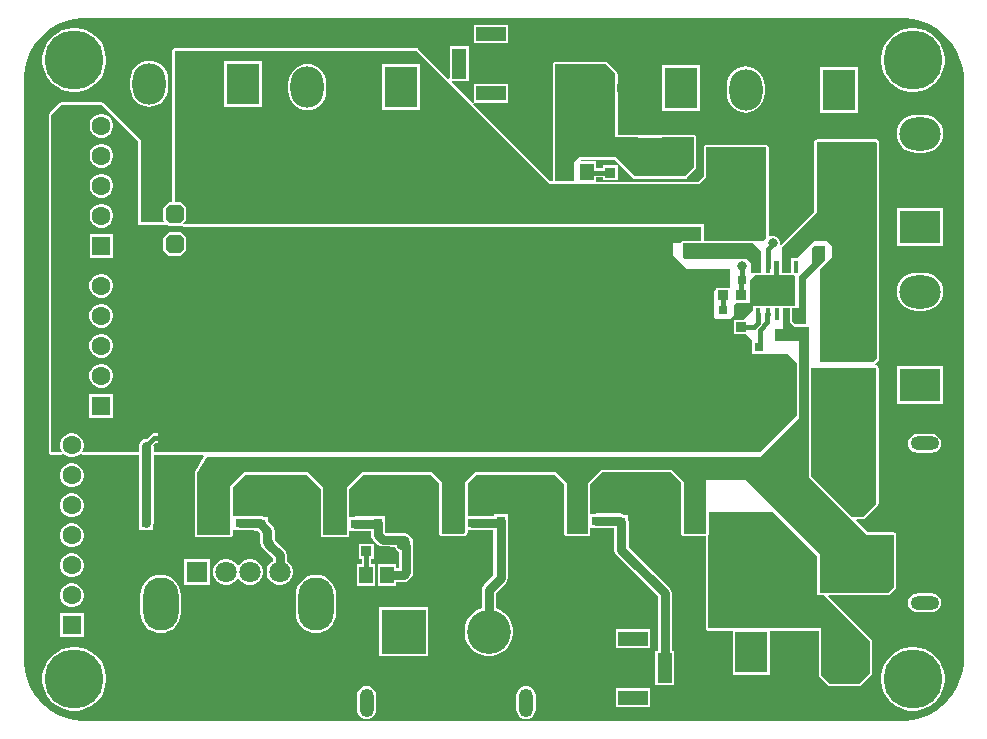
<source format=gbr>
%TF.GenerationSoftware,Altium Limited,Altium Designer,22.5.1 (42)*%
G04 Layer_Physical_Order=4*
G04 Layer_Color=16711680*
%FSLAX44Y44*%
%MOMM*%
%TF.SameCoordinates,01627914-4FCA-44A5-8146-F6A238B5A28C*%
%TF.FilePolarity,Positive*%
%TF.FileFunction,Copper,L4,Bot,Signal*%
%TF.Part,Single*%
G01*
G75*
%TA.AperFunction,SMDPad,CuDef*%
%ADD10R,1.1600X1.4700*%
%ADD14R,0.8000X0.8000*%
%ADD15R,0.8500X0.8500*%
%ADD18R,0.8500X0.8500*%
%ADD26R,1.6000X1.0000*%
%ADD27R,3.6000X5.3500*%
%ADD28R,1.5000X1.8500*%
%TA.AperFunction,Conductor*%
%ADD30C,0.3810*%
%ADD31C,0.8000*%
%TA.AperFunction,ComponentPad*%
%ADD33C,5.0000*%
G04:AMPARAMS|DCode=34|XSize=1.6mm|YSize=1.6mm|CornerRadius=0mm|HoleSize=0mm|Usage=FLASHONLY|Rotation=90.000|XOffset=0mm|YOffset=0mm|HoleType=Round|Shape=Octagon|*
%AMOCTAGOND34*
4,1,8,0.4000,0.8000,-0.4000,0.8000,-0.8000,0.4000,-0.8000,-0.4000,-0.4000,-0.8000,0.4000,-0.8000,0.8000,-0.4000,0.8000,0.4000,0.4000,0.8000,0.0*
%
%ADD34OCTAGOND34*%

%ADD35O,3.5000X2.8000*%
%ADD36R,3.5000X2.8000*%
%ADD37O,2.8000X3.5000*%
%ADD38R,2.8000X3.5000*%
%ADD39C,1.8000*%
%ADD40R,1.8000X1.8000*%
%ADD41O,3.0000X4.5000*%
%ADD42C,3.7160*%
%ADD43R,3.7160X3.7160*%
%ADD44O,1.2000X2.4000*%
%ADD45R,1.2000X2.5000*%
%ADD46R,2.5000X1.2000*%
%ADD47R,3.7160X3.7160*%
%ADD48O,2.4000X1.2000*%
%ADD49C,1.6000*%
%ADD50R,1.6000X1.6000*%
%TA.AperFunction,ViaPad*%
%ADD51C,0.8000*%
%ADD52C,1.2700*%
%TA.AperFunction,SMDPad,CuDef*%
%ADD53R,0.4000X1.0000*%
%ADD54R,3.0000X2.6000*%
%ADD55R,1.2000X2.0000*%
%ADD56R,5.8000X5.8500*%
G04:AMPARAMS|DCode=57|XSize=4.2mm|YSize=4.2mm|CornerRadius=0.21mm|HoleSize=0mm|Usage=FLASHONLY|Rotation=180.000|XOffset=0mm|YOffset=0mm|HoleType=Round|Shape=RoundedRectangle|*
%AMROUNDEDRECTD57*
21,1,4.2000,3.7800,0,0,180.0*
21,1,3.7800,4.2000,0,0,180.0*
1,1,0.4200,-1.8900,1.8900*
1,1,0.4200,1.8900,1.8900*
1,1,0.4200,1.8900,-1.8900*
1,1,0.4200,-1.8900,-1.8900*
%
%ADD57ROUNDEDRECTD57*%
G36*
X355354Y297055D02*
X362060Y295258D01*
X368474Y292601D01*
X374487Y289130D01*
X379994Y284904D01*
X384904Y279994D01*
X389130Y274487D01*
X392601Y268474D01*
X395258Y262060D01*
X397055Y255354D01*
X397961Y248471D01*
Y245000D01*
X397961Y-245000D01*
X397961Y-248471D01*
X397055Y-255354D01*
X395258Y-262060D01*
X392601Y-268474D01*
X389130Y-274487D01*
X384904Y-279994D01*
X379994Y-284904D01*
X374487Y-289130D01*
X368474Y-292601D01*
X362060Y-295258D01*
X355354Y-297055D01*
X348471Y-297961D01*
X-348471D01*
X-355354Y-297055D01*
X-362060Y-295258D01*
X-368474Y-292601D01*
X-374487Y-289130D01*
X-379994Y-284904D01*
X-384904Y-279994D01*
X-389130Y-274487D01*
X-392601Y-268474D01*
X-395258Y-262060D01*
X-397055Y-255354D01*
X-397961Y-248471D01*
X-397961Y-245000D01*
Y245000D01*
X-397961Y248471D01*
X-397055Y255354D01*
X-395258Y262060D01*
X-392601Y268474D01*
X-389130Y274487D01*
X-384904Y279994D01*
X-379994Y284904D01*
X-374487Y289130D01*
X-368474Y292601D01*
X-362060Y295258D01*
X-355354Y297055D01*
X-348471Y297961D01*
X348471D01*
X355354Y297055D01*
D02*
G37*
%LPC*%
G36*
X12500Y292000D02*
X-16500D01*
Y276000D01*
X12500D01*
Y292000D01*
D02*
G37*
G36*
X-21000Y273500D02*
X-37000D01*
Y246543D01*
X-38173Y246057D01*
X-63558Y271442D01*
X-64220Y271884D01*
X-65000Y272039D01*
X-270000D01*
X-270780Y271884D01*
X-271442Y271442D01*
X-271884Y270780D01*
X-272039Y270000D01*
Y141700D01*
X-275000D01*
X-280000Y136700D01*
Y126700D01*
X-279013Y125712D01*
X-279499Y124539D01*
X-298711D01*
Y193250D01*
X-298866Y194030D01*
X-299308Y194692D01*
X-299308Y194692D01*
X-330058Y225442D01*
X-330720Y225884D01*
X-331500Y226039D01*
X-366250D01*
X-366250Y226039D01*
X-367030Y225884D01*
X-367692Y225442D01*
X-375942Y217192D01*
X-376384Y216530D01*
X-376539Y215750D01*
Y-70250D01*
X-376384Y-71030D01*
X-375942Y-71692D01*
X-375280Y-72134D01*
X-374500Y-72289D01*
X-366324D01*
X-366063Y-72237D01*
X-365796Y-72220D01*
X-365676Y-72160D01*
X-365544Y-72134D01*
X-365322Y-71986D01*
X-365083Y-71868D01*
X-364449Y-71711D01*
X-363826Y-71739D01*
X-363510Y-71832D01*
X-363140Y-72202D01*
X-360860Y-73519D01*
X-358317Y-74200D01*
X-355684D01*
X-353140Y-73519D01*
X-350860Y-72202D01*
X-350490Y-71832D01*
X-350174Y-71739D01*
X-349552Y-71711D01*
X-348917Y-71868D01*
X-348678Y-71986D01*
X-348456Y-72134D01*
X-348325Y-72160D01*
X-348204Y-72220D01*
X-347938Y-72237D01*
X-347676Y-72289D01*
X-300118D01*
Y-130000D01*
X-300000Y-130591D01*
Y-136000D01*
X-294591D01*
X-294000Y-136117D01*
X-293409Y-136000D01*
X-288000D01*
Y-130591D01*
X-287882Y-130000D01*
Y-72289D01*
X-245784D01*
X-245097Y-73559D01*
X-252771Y-86988D01*
X-252812Y-87112D01*
X-252884Y-87220D01*
X-252937Y-87486D01*
X-253023Y-87743D01*
X-253014Y-87872D01*
X-253039Y-88000D01*
Y-140000D01*
X-252884Y-140780D01*
X-252442Y-141442D01*
X-251780Y-141884D01*
X-251000Y-142039D01*
X-223000D01*
X-222220Y-141884D01*
X-221558Y-141442D01*
X-221116Y-140780D01*
X-220961Y-140000D01*
Y-136000D01*
X-215591D01*
X-215000Y-136117D01*
X-203000D01*
Y-137000D01*
X-199652D01*
X-197517Y-139135D01*
Y-146106D01*
X-197051Y-148447D01*
X-196661Y-149030D01*
X-196524Y-149719D01*
X-195198Y-151703D01*
X-187118Y-159784D01*
Y-162115D01*
X-187954Y-162598D01*
X-190002Y-164646D01*
X-191450Y-167154D01*
X-192200Y-169952D01*
Y-172848D01*
X-191450Y-175646D01*
X-190002Y-178154D01*
X-187954Y-180202D01*
X-185446Y-181650D01*
X-182648Y-182400D01*
X-179752D01*
X-176954Y-181650D01*
X-174446Y-180202D01*
X-172398Y-178154D01*
X-170950Y-175646D01*
X-170200Y-172848D01*
Y-169952D01*
X-170950Y-167154D01*
X-172398Y-164646D01*
X-174446Y-162598D01*
X-174883Y-162346D01*
Y-157250D01*
X-175348Y-154909D01*
X-176674Y-152924D01*
X-184827Y-144772D01*
X-184848Y-144664D01*
X-185282Y-144015D01*
Y-136601D01*
X-185747Y-134260D01*
X-187073Y-132275D01*
X-191000Y-128349D01*
Y-125000D01*
X-194683D01*
X-195659Y-124348D01*
X-198000Y-123882D01*
X-215000D01*
X-215591Y-124000D01*
X-220961D01*
Y-99845D01*
X-210155Y-89039D01*
X-157845D01*
X-146039Y-100845D01*
Y-140000D01*
X-145884Y-140780D01*
X-145442Y-141442D01*
X-144780Y-141884D01*
X-144000Y-142039D01*
X-124000D01*
X-123220Y-141884D01*
X-122558Y-141442D01*
X-122116Y-140780D01*
X-121961Y-140000D01*
Y-137000D01*
X-117591D01*
X-117000Y-137118D01*
X-116409Y-137000D01*
X-111000D01*
Y-136617D01*
X-104118D01*
Y-139794D01*
X-103652Y-142135D01*
X-102326Y-144119D01*
X-97640Y-148806D01*
X-95655Y-150132D01*
X-93314Y-150597D01*
X-83760D01*
X-82973Y-151960D01*
X-81419Y-153515D01*
X-80056Y-154302D01*
Y-167882D01*
X-82300D01*
Y-164650D01*
X-97900D01*
Y-183350D01*
X-82300D01*
Y-180117D01*
X-76170D01*
X-73829Y-179652D01*
X-71845Y-178326D01*
X-69613Y-176094D01*
X-68287Y-174109D01*
X-67821Y-171768D01*
Y-149186D01*
X-68016Y-148208D01*
X-67942Y-147932D01*
Y-145734D01*
X-68511Y-143610D01*
X-69610Y-141706D01*
X-71165Y-140152D01*
X-73069Y-139052D01*
X-75192Y-138483D01*
X-77391D01*
X-77667Y-138557D01*
X-78645Y-138362D01*
X-90780D01*
X-91882Y-137260D01*
Y-130000D01*
X-92000Y-129409D01*
Y-124000D01*
X-97409D01*
X-98000Y-123882D01*
X-98591Y-124000D01*
X-104000D01*
Y-124382D01*
X-116500D01*
X-118841Y-124848D01*
X-119068Y-125000D01*
X-121961D01*
Y-100845D01*
X-110155Y-89039D01*
X-52845D01*
X-46039Y-95845D01*
Y-139000D01*
X-45884Y-139780D01*
X-45442Y-140442D01*
X-44780Y-140884D01*
X-44000Y-141039D01*
X-25000D01*
X-25000Y-141039D01*
X-24220Y-140884D01*
X-23558Y-140442D01*
X-23558Y-140442D01*
X-22558Y-139442D01*
X-22116Y-138780D01*
X-21961Y-138000D01*
Y-136000D01*
X-18591D01*
X-18000Y-136117D01*
X-118D01*
Y-173966D01*
X-8326Y-182174D01*
X-9652Y-184159D01*
X-10117Y-186500D01*
Y-202258D01*
X-13748Y-203762D01*
X-17119Y-206014D01*
X-19986Y-208881D01*
X-22238Y-212252D01*
X-23789Y-215997D01*
X-24580Y-219973D01*
Y-224027D01*
X-23789Y-228003D01*
X-22238Y-231748D01*
X-19986Y-235119D01*
X-17119Y-237985D01*
X-13748Y-240238D01*
X-10003Y-241789D01*
X-6027Y-242580D01*
X-1973D01*
X2003Y-241789D01*
X5748Y-240238D01*
X9119Y-237985D01*
X11985Y-235119D01*
X14238Y-231748D01*
X15789Y-228003D01*
X16580Y-224027D01*
Y-219973D01*
X15789Y-215997D01*
X14238Y-212252D01*
X11985Y-208881D01*
X9119Y-206014D01*
X5748Y-203762D01*
X2118Y-202258D01*
Y-189034D01*
X10326Y-180826D01*
X11652Y-178841D01*
X12118Y-176500D01*
Y-128000D01*
X12000Y-127409D01*
Y-122000D01*
X6591D01*
X6000Y-121882D01*
X5409Y-122000D01*
X-0D01*
Y-123882D01*
X-18000D01*
X-18591Y-124000D01*
X-21961D01*
Y-95845D01*
X-15155Y-89039D01*
X52155D01*
X59961Y-96845D01*
Y-139000D01*
X60116Y-139780D01*
X60558Y-140442D01*
X61220Y-140884D01*
X62000Y-141039D01*
X80000D01*
X80780Y-140884D01*
X81442Y-140442D01*
X81884Y-139780D01*
X82039Y-139000D01*
Y-134000D01*
X86409D01*
X87000Y-134117D01*
X102000D01*
Y-135000D01*
X102133D01*
Y-152750D01*
X102598Y-155091D01*
X103924Y-157076D01*
X138883Y-192034D01*
Y-238500D01*
X137000D01*
Y-267500D01*
X153000D01*
Y-238500D01*
X151117D01*
Y-189500D01*
X150652Y-187159D01*
X149326Y-185174D01*
X114368Y-150216D01*
Y-129250D01*
X114000Y-127402D01*
Y-123000D01*
X110317D01*
X109341Y-122348D01*
X107000Y-121882D01*
X87000D01*
X86409Y-122000D01*
X82039D01*
Y-96845D01*
X91845Y-87039D01*
X150155D01*
X158961Y-95845D01*
Y-139000D01*
X159116Y-139780D01*
X159558Y-140442D01*
X160220Y-140884D01*
X161000Y-141039D01*
X179711D01*
Y-219000D01*
X179866Y-219780D01*
X180308Y-220442D01*
X180970Y-220884D01*
X181750Y-221039D01*
X202400D01*
Y-258500D01*
X234400D01*
Y-221039D01*
X275211D01*
Y-258500D01*
X275366Y-259280D01*
X275808Y-259942D01*
X283558Y-267692D01*
X284220Y-268134D01*
X285000Y-268289D01*
X285780Y-268134D01*
X285922Y-268039D01*
X310000D01*
X310780Y-267884D01*
X311442Y-267442D01*
X320192Y-258692D01*
X320634Y-258030D01*
X320789Y-257250D01*
Y-233750D01*
Y-230250D01*
X320634Y-229470D01*
X320192Y-228808D01*
X283596Y-192213D01*
X284082Y-191039D01*
X334000D01*
X334780Y-190884D01*
X335442Y-190442D01*
X335442Y-190442D01*
X340442Y-185442D01*
X340884Y-184780D01*
X341039Y-184000D01*
Y-140000D01*
X340884Y-139220D01*
X340442Y-138558D01*
X339780Y-138116D01*
X339000Y-137961D01*
X316845D01*
X306846Y-127963D01*
X307332Y-126789D01*
X312750D01*
X313530Y-126634D01*
X314192Y-126192D01*
X325442Y-114942D01*
X325884Y-114280D01*
X326039Y-113500D01*
Y1500D01*
X325884Y2280D01*
X325442Y2942D01*
X324780Y3384D01*
X324000Y3539D01*
X323079D01*
X322693Y4804D01*
X322693Y4809D01*
X325942Y8058D01*
X326384Y8720D01*
X326539Y9500D01*
Y192042D01*
X326539Y192044D01*
X326539Y192046D01*
X326461Y192434D01*
X326384Y192823D01*
X326383Y192824D01*
X326383Y192826D01*
X326165Y193151D01*
X325942Y193484D01*
X325940Y193485D01*
X325939Y193487D01*
X324980Y194443D01*
X324977Y194445D01*
X324975Y194448D01*
X324645Y194666D01*
X324317Y194884D01*
X324314Y194885D01*
X324311Y194887D01*
X323926Y194961D01*
X323537Y195038D01*
X323533Y195037D01*
X323530Y195038D01*
X273490Y194789D01*
X273106Y194711D01*
X272720Y194634D01*
X272715Y194631D01*
X272710Y194630D01*
X272384Y194410D01*
X272058Y194192D01*
X272055Y194188D01*
X272051Y194185D01*
X271833Y193856D01*
X271616Y193530D01*
X271615Y193525D01*
X271612Y193521D01*
X271537Y193135D01*
X271461Y192750D01*
Y133595D01*
X243423Y105557D01*
X243371Y105568D01*
X242250Y106180D01*
Y108194D01*
X241337Y110399D01*
X239649Y112086D01*
X237444Y113000D01*
X235056D01*
X234095Y112602D01*
X233039Y113307D01*
Y188000D01*
X232884Y188780D01*
X232442Y189442D01*
X231780Y189884D01*
X231000Y190039D01*
X180000D01*
X179220Y189884D01*
X178558Y189442D01*
X178116Y188780D01*
X177961Y188000D01*
Y163845D01*
X173155Y159039D01*
X86700D01*
Y162768D01*
X92750D01*
Y160500D01*
X105250D01*
Y173000D01*
X92750D01*
Y170732D01*
X86700D01*
Y176350D01*
X74822D01*
X74144Y177620D01*
X74204Y177711D01*
X102655D01*
X118308Y162058D01*
X118970Y161616D01*
X119750Y161461D01*
X162000D01*
X162000Y161461D01*
X162780Y161616D01*
X163442Y162058D01*
X170942Y169558D01*
X171384Y170220D01*
X171539Y171000D01*
Y196500D01*
X171384Y197280D01*
X170942Y197942D01*
X170280Y198384D01*
X169500Y198539D01*
X143000D01*
X143000Y198539D01*
X142220Y198384D01*
X142084Y198293D01*
X105039Y198526D01*
Y233714D01*
X105019Y233813D01*
X105029Y233914D01*
X104962Y234600D01*
Y241400D01*
X105029Y242086D01*
X105019Y242187D01*
X105039Y242286D01*
Y250500D01*
X104884Y251280D01*
X104442Y251942D01*
X96692Y259692D01*
X96030Y260134D01*
X95250Y260289D01*
X52000D01*
X51220Y260134D01*
X50558Y259692D01*
X50116Y259030D01*
X49961Y258250D01*
Y160750D01*
X49961Y160750D01*
X50048Y160309D01*
X49783Y159841D01*
X48536Y159589D01*
X48203Y159681D01*
X-17091Y224975D01*
X-16320Y226000D01*
X-15304Y226000D01*
X12500D01*
Y242000D01*
X-16500D01*
Y227256D01*
X-16500Y226180D01*
X-17525Y225409D01*
X-35443Y243327D01*
X-34957Y244500D01*
X-21000D01*
Y273500D01*
D02*
G37*
G36*
X357125Y289000D02*
X352875D01*
X348677Y288335D01*
X344636Y287022D01*
X340849Y285093D01*
X337411Y282595D01*
X334406Y279589D01*
X331908Y276151D01*
X329978Y272364D01*
X328665Y268323D01*
X328000Y264125D01*
Y259875D01*
X328665Y255678D01*
X329978Y251636D01*
X331908Y247849D01*
X334406Y244411D01*
X337411Y241406D01*
X340849Y238908D01*
X344636Y236978D01*
X348677Y235665D01*
X352875Y235000D01*
X357125D01*
X361323Y235665D01*
X365364Y236978D01*
X369151Y238908D01*
X372589Y241406D01*
X375594Y244411D01*
X378092Y247849D01*
X380022Y251636D01*
X381335Y255678D01*
X382000Y259875D01*
Y264125D01*
X381335Y268323D01*
X380022Y272364D01*
X378092Y276151D01*
X375594Y279589D01*
X372589Y282595D01*
X369151Y285093D01*
X365364Y287022D01*
X361323Y288335D01*
X357125Y289000D01*
D02*
G37*
G36*
X-352875D02*
X-357125D01*
X-361323Y288335D01*
X-365364Y287022D01*
X-369151Y285093D01*
X-372589Y282595D01*
X-375594Y279589D01*
X-378092Y276151D01*
X-380022Y272364D01*
X-381335Y268323D01*
X-382000Y264125D01*
Y259875D01*
X-381335Y255678D01*
X-380022Y251636D01*
X-378092Y247849D01*
X-375594Y244411D01*
X-372589Y241406D01*
X-369151Y238908D01*
X-365364Y236978D01*
X-361323Y235665D01*
X-357125Y235000D01*
X-352875D01*
X-348677Y235665D01*
X-344636Y236978D01*
X-340849Y238908D01*
X-337411Y241406D01*
X-334406Y244411D01*
X-331908Y247849D01*
X-329978Y251636D01*
X-328665Y255678D01*
X-328000Y259875D01*
Y264125D01*
X-328665Y268323D01*
X-329978Y272364D01*
X-331908Y276151D01*
X-334406Y279589D01*
X-337411Y282595D01*
X-340849Y285093D01*
X-344636Y287022D01*
X-348677Y288335D01*
X-352875Y289000D01*
D02*
G37*
G36*
X-291600Y261577D02*
X-294737Y261269D01*
X-297753Y260354D01*
X-300532Y258868D01*
X-302969Y256868D01*
X-304968Y254432D01*
X-306454Y251653D01*
X-307369Y248636D01*
X-307677Y245500D01*
Y238500D01*
X-307369Y235364D01*
X-306454Y232347D01*
X-304968Y229568D01*
X-302969Y227132D01*
X-300532Y225132D01*
X-297753Y223646D01*
X-294737Y222731D01*
X-291600Y222423D01*
X-288463Y222731D01*
X-285448Y223646D01*
X-282668Y225132D01*
X-280232Y227132D01*
X-278232Y229568D01*
X-276746Y232347D01*
X-275832Y235364D01*
X-275523Y238500D01*
Y245500D01*
X-275832Y248636D01*
X-276746Y251653D01*
X-278232Y254432D01*
X-280232Y256868D01*
X-282668Y258868D01*
X-285448Y260354D01*
X-288463Y261269D01*
X-291600Y261577D01*
D02*
G37*
G36*
X174600Y257500D02*
X142600D01*
Y218500D01*
X174600D01*
Y257500D01*
D02*
G37*
G36*
X308600Y256500D02*
X276600D01*
Y217500D01*
X308600D01*
Y256500D01*
D02*
G37*
G36*
X213400Y256577D02*
X210263Y256269D01*
X207247Y255354D01*
X204468Y253868D01*
X202031Y251868D01*
X200032Y249432D01*
X198546Y246653D01*
X197631Y243636D01*
X197323Y240500D01*
Y233500D01*
X197631Y230364D01*
X198546Y227347D01*
X200032Y224568D01*
X202031Y222132D01*
X204468Y220132D01*
X207247Y218646D01*
X210263Y217731D01*
X213400Y217423D01*
X216537Y217731D01*
X219552Y218646D01*
X222332Y220132D01*
X224768Y222132D01*
X226768Y224568D01*
X228254Y227347D01*
X229168Y230364D01*
X229477Y233500D01*
Y240500D01*
X229168Y243636D01*
X228254Y246653D01*
X226768Y249432D01*
X224768Y251868D01*
X222332Y253868D01*
X219552Y255354D01*
X216537Y256269D01*
X213400Y256577D01*
D02*
G37*
G36*
X364500Y215677D02*
X357500D01*
X354364Y215368D01*
X351347Y214454D01*
X348568Y212968D01*
X346132Y210968D01*
X344132Y208532D01*
X342646Y205753D01*
X341731Y202737D01*
X341423Y199600D01*
X341731Y196464D01*
X342646Y193447D01*
X344132Y190668D01*
X346132Y188232D01*
X348568Y186232D01*
X351347Y184746D01*
X354364Y183832D01*
X357500Y183523D01*
X364500D01*
X367636Y183832D01*
X370653Y184746D01*
X373432Y186232D01*
X375868Y188232D01*
X377868Y190668D01*
X379354Y193447D01*
X380269Y196464D01*
X380577Y199600D01*
X380269Y202737D01*
X379354Y205753D01*
X377868Y208532D01*
X375868Y210968D01*
X373432Y212968D01*
X370653Y214454D01*
X367636Y215368D01*
X364500Y215677D01*
D02*
G37*
G36*
X380500Y136400D02*
X341500D01*
Y104400D01*
X380500D01*
Y136400D01*
D02*
G37*
G36*
X364500Y82077D02*
X357500D01*
X354364Y81769D01*
X351347Y80854D01*
X348568Y79368D01*
X346132Y77368D01*
X344132Y74932D01*
X342646Y72153D01*
X341731Y69137D01*
X341423Y66000D01*
X341731Y62863D01*
X342646Y59847D01*
X344132Y57068D01*
X346132Y54632D01*
X348568Y52632D01*
X351347Y51146D01*
X354364Y50231D01*
X357500Y49923D01*
X364500D01*
X367636Y50231D01*
X370653Y51146D01*
X373432Y52632D01*
X375868Y54632D01*
X377868Y57068D01*
X379354Y59847D01*
X380269Y62863D01*
X380577Y66000D01*
X380269Y69137D01*
X379354Y72153D01*
X377868Y74932D01*
X375868Y77368D01*
X373432Y79368D01*
X370653Y80854D01*
X367636Y81769D01*
X364500Y82077D01*
D02*
G37*
G36*
X380500Y2800D02*
X341500D01*
Y-29200D01*
X380500D01*
Y2800D01*
D02*
G37*
G36*
X371000Y-54431D02*
X359000D01*
X356912Y-54706D01*
X354966Y-55512D01*
X353294Y-56794D01*
X352012Y-58465D01*
X351206Y-60412D01*
X350931Y-62500D01*
X351206Y-64588D01*
X352012Y-66535D01*
X353294Y-68206D01*
X354966Y-69488D01*
X356912Y-70294D01*
X359000Y-70569D01*
X371000D01*
X373088Y-70294D01*
X375034Y-69488D01*
X376706Y-68206D01*
X377988Y-66535D01*
X378794Y-64588D01*
X379069Y-62500D01*
X378794Y-60412D01*
X377988Y-58465D01*
X376706Y-56794D01*
X375034Y-55512D01*
X373088Y-54706D01*
X371000Y-54431D01*
D02*
G37*
G36*
X-355684Y-79600D02*
X-358317D01*
X-360860Y-80281D01*
X-363140Y-81598D01*
X-365002Y-83460D01*
X-366319Y-85740D01*
X-367000Y-88284D01*
Y-90917D01*
X-366319Y-93460D01*
X-365002Y-95740D01*
X-363140Y-97602D01*
X-360860Y-98919D01*
X-358317Y-99600D01*
X-355684D01*
X-353140Y-98919D01*
X-350860Y-97602D01*
X-348998Y-95740D01*
X-347682Y-93460D01*
X-347000Y-90917D01*
Y-88284D01*
X-347682Y-85740D01*
X-348998Y-83460D01*
X-350860Y-81598D01*
X-353140Y-80281D01*
X-355684Y-79600D01*
D02*
G37*
G36*
X-355684Y-105000D02*
X-358316D01*
X-360860Y-105681D01*
X-363140Y-106998D01*
X-365002Y-108860D01*
X-366319Y-111140D01*
X-367000Y-113684D01*
Y-116316D01*
X-366319Y-118860D01*
X-365002Y-121140D01*
X-363140Y-123002D01*
X-360860Y-124319D01*
X-358316Y-125000D01*
X-355684D01*
X-353140Y-124319D01*
X-350860Y-123002D01*
X-348998Y-121140D01*
X-347682Y-118860D01*
X-347000Y-116316D01*
Y-113684D01*
X-347682Y-111140D01*
X-348998Y-108860D01*
X-350860Y-106998D01*
X-353140Y-105681D01*
X-355684Y-105000D01*
D02*
G37*
G36*
X-355684Y-130400D02*
X-358317D01*
X-360860Y-131081D01*
X-363140Y-132398D01*
X-365002Y-134260D01*
X-366319Y-136540D01*
X-367000Y-139083D01*
Y-141716D01*
X-366319Y-144260D01*
X-365002Y-146540D01*
X-363140Y-148402D01*
X-360860Y-149719D01*
X-358317Y-150400D01*
X-355684D01*
X-353140Y-149719D01*
X-350860Y-148402D01*
X-348998Y-146540D01*
X-347682Y-144260D01*
X-347000Y-141716D01*
Y-139083D01*
X-347682Y-136540D01*
X-348998Y-134260D01*
X-350860Y-132398D01*
X-353140Y-131081D01*
X-355684Y-130400D01*
D02*
G37*
G36*
X-204752Y-160400D02*
X-207648D01*
X-210446Y-161150D01*
X-212954Y-162598D01*
X-215002Y-164646D01*
X-215565Y-165621D01*
X-216835D01*
X-217398Y-164646D01*
X-219446Y-162598D01*
X-221954Y-161150D01*
X-224752Y-160400D01*
X-227648D01*
X-230446Y-161150D01*
X-232954Y-162598D01*
X-235002Y-164646D01*
X-236450Y-167154D01*
X-237200Y-169952D01*
Y-172848D01*
X-236450Y-175646D01*
X-235002Y-178154D01*
X-232954Y-180202D01*
X-230446Y-181650D01*
X-227648Y-182400D01*
X-224752D01*
X-221954Y-181650D01*
X-219446Y-180202D01*
X-217398Y-178154D01*
X-216835Y-177179D01*
X-215565D01*
X-215002Y-178154D01*
X-212954Y-180202D01*
X-210446Y-181650D01*
X-207648Y-182400D01*
X-204752D01*
X-201954Y-181650D01*
X-199446Y-180202D01*
X-197398Y-178154D01*
X-195950Y-175646D01*
X-195200Y-172848D01*
Y-169952D01*
X-195950Y-167154D01*
X-197398Y-164646D01*
X-199446Y-162598D01*
X-201954Y-161150D01*
X-204752Y-160400D01*
D02*
G37*
G36*
X-355684Y-155800D02*
X-358317D01*
X-360860Y-156482D01*
X-363140Y-157798D01*
X-365002Y-159660D01*
X-366319Y-161940D01*
X-367000Y-164484D01*
Y-167117D01*
X-366319Y-169660D01*
X-365002Y-171940D01*
X-363140Y-173802D01*
X-360860Y-175119D01*
X-358317Y-175800D01*
X-355684D01*
X-353140Y-175119D01*
X-350860Y-173802D01*
X-348998Y-171940D01*
X-347682Y-169660D01*
X-347000Y-167117D01*
Y-164484D01*
X-347682Y-161940D01*
X-348998Y-159660D01*
X-350860Y-157798D01*
X-353140Y-156482D01*
X-355684Y-155800D01*
D02*
G37*
G36*
X-240200Y-160400D02*
X-262200D01*
Y-182400D01*
X-240200D01*
Y-160400D01*
D02*
G37*
G36*
X-101500Y-147750D02*
X-114000D01*
Y-160250D01*
X-111732D01*
Y-164650D01*
X-115700D01*
Y-183350D01*
X-100100D01*
Y-164650D01*
X-103769D01*
Y-160250D01*
X-101500D01*
Y-147750D01*
D02*
G37*
G36*
X-355684Y-181200D02*
X-358317D01*
X-360860Y-181882D01*
X-363140Y-183198D01*
X-365002Y-185060D01*
X-366319Y-187340D01*
X-367000Y-189883D01*
Y-192516D01*
X-366319Y-195060D01*
X-365002Y-197340D01*
X-363140Y-199202D01*
X-360860Y-200518D01*
X-358317Y-201200D01*
X-355684D01*
X-353140Y-200518D01*
X-350860Y-199202D01*
X-348998Y-197340D01*
X-347682Y-195060D01*
X-347000Y-192516D01*
Y-189883D01*
X-347682Y-187340D01*
X-348998Y-185060D01*
X-350860Y-183198D01*
X-353140Y-181882D01*
X-355684Y-181200D01*
D02*
G37*
G36*
X371000Y-189431D02*
X359000D01*
X356912Y-189706D01*
X354966Y-190512D01*
X353294Y-191794D01*
X352012Y-193465D01*
X351206Y-195412D01*
X350931Y-197500D01*
X351206Y-199588D01*
X352012Y-201535D01*
X353294Y-203206D01*
X354966Y-204488D01*
X356912Y-205294D01*
X359000Y-205569D01*
X371000D01*
X373088Y-205294D01*
X375034Y-204488D01*
X376706Y-203206D01*
X377988Y-201535D01*
X378794Y-199588D01*
X379069Y-197500D01*
X378794Y-195412D01*
X377988Y-193465D01*
X376706Y-191794D01*
X375034Y-190512D01*
X373088Y-189706D01*
X371000Y-189431D01*
D02*
G37*
G36*
X-150500Y-173918D02*
X-153833Y-174246D01*
X-157037Y-175218D01*
X-159990Y-176797D01*
X-162579Y-178921D01*
X-164703Y-181510D01*
X-166282Y-184463D01*
X-167254Y-187667D01*
X-167582Y-191000D01*
Y-206000D01*
X-167254Y-209333D01*
X-166282Y-212537D01*
X-164703Y-215490D01*
X-162579Y-218079D01*
X-159990Y-220203D01*
X-157037Y-221782D01*
X-153833Y-222754D01*
X-150500Y-223082D01*
X-147167Y-222754D01*
X-143963Y-221782D01*
X-141010Y-220203D01*
X-138421Y-218079D01*
X-136297Y-215490D01*
X-134718Y-212537D01*
X-133746Y-209333D01*
X-133418Y-206000D01*
Y-191000D01*
X-133746Y-187667D01*
X-134718Y-184463D01*
X-136297Y-181510D01*
X-138421Y-178921D01*
X-141010Y-176797D01*
X-143963Y-175218D01*
X-147167Y-174246D01*
X-150500Y-173918D01*
D02*
G37*
G36*
X-281900D02*
X-285233Y-174246D01*
X-288437Y-175218D01*
X-291390Y-176797D01*
X-293979Y-178921D01*
X-296103Y-181510D01*
X-297682Y-184463D01*
X-298654Y-187667D01*
X-298982Y-191000D01*
Y-206000D01*
X-298654Y-209333D01*
X-297682Y-212537D01*
X-296103Y-215490D01*
X-293979Y-218079D01*
X-291390Y-220203D01*
X-288437Y-221782D01*
X-285233Y-222754D01*
X-281900Y-223082D01*
X-278567Y-222754D01*
X-275363Y-221782D01*
X-272410Y-220203D01*
X-269821Y-218079D01*
X-267697Y-215490D01*
X-266118Y-212537D01*
X-265146Y-209333D01*
X-264818Y-206000D01*
Y-191000D01*
X-265146Y-187667D01*
X-266118Y-184463D01*
X-267697Y-181510D01*
X-269821Y-178921D01*
X-272410Y-176797D01*
X-275363Y-175218D01*
X-278567Y-174246D01*
X-281900Y-173918D01*
D02*
G37*
G36*
X-347000Y-206600D02*
X-367000D01*
Y-226600D01*
X-347000D01*
Y-206600D01*
D02*
G37*
G36*
X132500Y-220000D02*
X103500D01*
Y-236000D01*
X132500D01*
Y-220000D01*
D02*
G37*
G36*
X-55420Y-201420D02*
X-96580D01*
Y-242580D01*
X-55420D01*
Y-201420D01*
D02*
G37*
G36*
X132500Y-270000D02*
X103500D01*
Y-286000D01*
X132500D01*
Y-270000D01*
D02*
G37*
G36*
X357125Y-235000D02*
X352875D01*
X348677Y-235665D01*
X344636Y-236978D01*
X340849Y-238908D01*
X337411Y-241406D01*
X334406Y-244411D01*
X331908Y-247849D01*
X329978Y-251636D01*
X328665Y-255678D01*
X328000Y-259875D01*
Y-264125D01*
X328665Y-268323D01*
X329978Y-272364D01*
X331908Y-276151D01*
X334406Y-279589D01*
X337411Y-282595D01*
X340849Y-285093D01*
X344636Y-287022D01*
X348677Y-288335D01*
X352875Y-289000D01*
X357125D01*
X361323Y-288335D01*
X365364Y-287022D01*
X369151Y-285093D01*
X372589Y-282595D01*
X375594Y-279589D01*
X378092Y-276151D01*
X380022Y-272364D01*
X381335Y-268323D01*
X382000Y-264125D01*
Y-259875D01*
X381335Y-255678D01*
X380022Y-251636D01*
X378092Y-247849D01*
X375594Y-244411D01*
X372589Y-241406D01*
X369151Y-238908D01*
X365364Y-236978D01*
X361323Y-235665D01*
X357125Y-235000D01*
D02*
G37*
G36*
X-352875D02*
X-357125D01*
X-361323Y-235665D01*
X-365364Y-236978D01*
X-369151Y-238908D01*
X-372589Y-241406D01*
X-375594Y-244411D01*
X-378092Y-247849D01*
X-380022Y-251636D01*
X-381335Y-255678D01*
X-382000Y-259875D01*
Y-264125D01*
X-381335Y-268323D01*
X-380022Y-272364D01*
X-378092Y-276151D01*
X-375594Y-279589D01*
X-372589Y-282595D01*
X-369151Y-285093D01*
X-365364Y-287022D01*
X-361323Y-288335D01*
X-357125Y-289000D01*
X-352875D01*
X-348677Y-288335D01*
X-344636Y-287022D01*
X-340849Y-285093D01*
X-337411Y-282595D01*
X-334406Y-279589D01*
X-331908Y-276151D01*
X-329978Y-272364D01*
X-328665Y-268323D01*
X-328000Y-264125D01*
Y-259875D01*
X-328665Y-255678D01*
X-329978Y-251636D01*
X-331908Y-247849D01*
X-334406Y-244411D01*
X-337411Y-241406D01*
X-340849Y-238908D01*
X-344636Y-236978D01*
X-348677Y-235665D01*
X-352875Y-235000D01*
D02*
G37*
G36*
X27500Y-267931D02*
X25412Y-268206D01*
X23465Y-269012D01*
X21794Y-270294D01*
X20512Y-271966D01*
X19706Y-273912D01*
X19431Y-276000D01*
Y-288000D01*
X19706Y-290088D01*
X20512Y-292034D01*
X21794Y-293706D01*
X23465Y-294988D01*
X25412Y-295794D01*
X27500Y-296069D01*
X29588Y-295794D01*
X31535Y-294988D01*
X33206Y-293706D01*
X34488Y-292034D01*
X35294Y-290088D01*
X35569Y-288000D01*
Y-276000D01*
X35294Y-273912D01*
X34488Y-271966D01*
X33206Y-270294D01*
X31535Y-269012D01*
X29588Y-268206D01*
X27500Y-267931D01*
D02*
G37*
G36*
X-107500D02*
X-109588Y-268206D01*
X-111535Y-269012D01*
X-113206Y-270294D01*
X-114488Y-271966D01*
X-115294Y-273912D01*
X-115569Y-276000D01*
Y-288000D01*
X-115294Y-290088D01*
X-114488Y-292034D01*
X-113206Y-293706D01*
X-111535Y-294988D01*
X-109588Y-295794D01*
X-107500Y-296069D01*
X-105412Y-295794D01*
X-103465Y-294988D01*
X-101794Y-293706D01*
X-100512Y-292034D01*
X-99706Y-290088D01*
X-99431Y-288000D01*
Y-276000D01*
X-99706Y-273912D01*
X-100512Y-271966D01*
X-101794Y-270294D01*
X-103465Y-269012D01*
X-105412Y-268206D01*
X-107500Y-267931D01*
D02*
G37*
%LPD*%
G36*
X103000Y250500D02*
Y242286D01*
X102923Y241500D01*
Y234500D01*
X103000Y233714D01*
Y196500D01*
X142750Y196250D01*
X143000Y196500D01*
X169500D01*
Y171000D01*
X162000Y163500D01*
X119750D01*
X103500Y179750D01*
X72250D01*
X67750Y175250D01*
Y160000D01*
X67500Y159750D01*
X53000D01*
X52000Y160750D01*
Y258250D01*
X95250D01*
X103000Y250500D01*
D02*
G37*
G36*
X48000Y157000D02*
X174000D01*
X180000Y163000D01*
Y188000D01*
X231000D01*
Y111000D01*
X229000Y109000D01*
X179000D01*
X178000Y110000D01*
Y123000D01*
X-262041D01*
X-262527Y124173D01*
X-260000Y126700D01*
Y136700D01*
X-265000Y141700D01*
X-270000D01*
Y270000D01*
X-65000D01*
X48000Y157000D01*
D02*
G37*
G36*
X-300750Y193250D02*
Y122500D01*
X-275800D01*
X-275000Y121700D01*
X-265000D01*
X-263483Y121558D01*
X-262821Y121116D01*
X-262041Y120961D01*
X175961D01*
Y110000D01*
X175961Y110000D01*
X174993Y108789D01*
X174991D01*
X174991Y108789D01*
X174990Y108789D01*
X160451D01*
X160254Y108750D01*
X160053D01*
X159885Y108717D01*
X159885D01*
X159700Y108640D01*
X159670Y108634D01*
X159646Y108617D01*
X159150Y108412D01*
X158588Y107850D01*
X158383Y107355D01*
X158366Y107330D01*
X158360Y107300D01*
X158283Y107114D01*
X157164Y106750D01*
X151750D01*
Y96750D01*
X163750Y84750D01*
X200250D01*
Y70000D01*
X199500Y69250D01*
X188000D01*
Y67750D01*
X186500Y66250D01*
Y44750D01*
X188250Y43000D01*
X201250D01*
X204000Y45750D01*
Y54250D01*
X206250Y56500D01*
X217500D01*
Y75500D01*
X221833Y79833D01*
X222865Y79867D01*
X223025Y79904D01*
X223058Y79905D01*
X223093Y79913D01*
X223261Y79919D01*
X223422Y79956D01*
X223433Y79961D01*
X225751D01*
X225784Y79967D01*
X225817Y79962D01*
X226733Y79991D01*
X226777Y80000D01*
X228000Y80000D01*
Y80000D01*
X228000D01*
X228000Y80000D01*
X236000D01*
Y80250D01*
X237750D01*
Y91500D01*
X238500Y92250D01*
X241500D01*
Y81250D01*
X243250Y79500D01*
X255250D01*
Y54039D01*
X253039D01*
X252842Y54000D01*
X251197D01*
X251000Y54039D01*
X245000D01*
X244803Y54000D01*
X220000D01*
Y50000D01*
X212250Y42250D01*
X203500D01*
Y29750D01*
X214000D01*
X219000Y24750D01*
Y13000D01*
X249250D01*
X256961Y5289D01*
Y-38789D01*
X225500Y-70250D01*
X-287882D01*
Y-64500D01*
X-287963Y-64094D01*
X-285834Y-61965D01*
X-276108D01*
X-274585Y-61662D01*
X-273293Y-60799D01*
X-252185Y-39690D01*
X-251322Y-38399D01*
X-251019Y-36875D01*
X-251322Y-35351D01*
X-252185Y-34060D01*
X-253476Y-33196D01*
X-255000Y-32894D01*
X-256524Y-33196D01*
X-257815Y-34060D01*
X-277757Y-54002D01*
X-287483D01*
X-289007Y-54305D01*
X-290299Y-55168D01*
X-293594Y-58463D01*
X-294000Y-58383D01*
X-296341Y-58848D01*
X-298326Y-60174D01*
X-299652Y-62159D01*
X-300118Y-64500D01*
Y-70250D01*
X-347676D01*
X-348311Y-69150D01*
X-347682Y-68060D01*
X-347000Y-65517D01*
Y-62884D01*
X-347682Y-60340D01*
X-348998Y-58060D01*
X-350860Y-56198D01*
X-353140Y-54882D01*
X-355684Y-54200D01*
X-358317D01*
X-360860Y-54882D01*
X-363140Y-56198D01*
X-365002Y-58060D01*
X-366319Y-60340D01*
X-367000Y-62884D01*
Y-65517D01*
X-366319Y-68060D01*
X-365689Y-69150D01*
X-366324Y-70250D01*
X-374500D01*
Y215750D01*
X-366250Y224000D01*
X-331500D01*
X-300750Y193250D01*
D02*
G37*
G36*
X226750Y99750D02*
Y83253D01*
X226668Y82030D01*
X225751Y82000D01*
X223000D01*
Y81946D01*
X222993Y81943D01*
X222960Y81942D01*
X222799Y81905D01*
X218912Y81779D01*
X218000Y82663D01*
Y89750D01*
X214000Y93750D01*
X161500D01*
X160250Y95000D01*
Y106549D01*
X160283Y106717D01*
X160451Y106750D01*
X174990D01*
X174991Y106750D01*
X174991Y106750D01*
X219750D01*
X226750Y99750D01*
D02*
G37*
G36*
X280500Y92384D02*
X274808Y86692D01*
X274538Y86288D01*
X264750Y76500D01*
Y38750D01*
X255500D01*
X253039Y41211D01*
Y52000D01*
X259000D01*
Y79000D01*
X270000Y90000D01*
Y102500D01*
X272121Y104621D01*
X280500D01*
Y92384D01*
D02*
G37*
G36*
X324500Y192042D02*
Y9500D01*
X321250Y6250D01*
X276250D01*
Y85180D01*
X276392Y85392D01*
X281942Y90942D01*
X281942Y90942D01*
X286500Y95500D01*
Y104250D01*
X282250Y108500D01*
X271500D01*
X257000Y94000D01*
X252000D01*
Y82000D01*
X244500D01*
Y103750D01*
X273500Y132750D01*
Y192750D01*
X323540Y192999D01*
X324500Y192042D01*
D02*
G37*
G36*
X324000Y-113500D02*
X312750Y-124750D01*
X303634D01*
X269039Y-90155D01*
Y-57000D01*
Y1500D01*
X324000D01*
Y-113500D01*
D02*
G37*
G36*
X251000Y40000D02*
X255000Y36000D01*
X267000D01*
Y-57000D01*
Y-91000D01*
X316000Y-140000D01*
X339000D01*
Y-184000D01*
X334000Y-189000D01*
X276000D01*
Y-156000D01*
X214000Y-94000D01*
X180000D01*
Y-131000D01*
Y-139000D01*
X161000D01*
Y-95000D01*
X151000Y-85000D01*
X91000D01*
X80000Y-96000D01*
Y-139000D01*
X62000D01*
Y-96000D01*
X53000Y-87000D01*
X-16000D01*
X-24000Y-95000D01*
Y-124000D01*
X-24000D01*
Y-136000D01*
X-24000D01*
Y-138000D01*
X-25000Y-139000D01*
X-44000D01*
Y-95000D01*
X-52000Y-87000D01*
X-111000D01*
X-124000Y-100000D01*
Y-140000D01*
X-144000D01*
Y-100000D01*
X-157000Y-87000D01*
X-211000D01*
X-223000Y-99000D01*
Y-140000D01*
X-251000D01*
Y-88000D01*
X-243000Y-74000D01*
X226000D01*
X259000Y-41000D01*
Y24000D01*
X245898Y24000D01*
X245000Y24898D01*
Y52000D01*
X251000D01*
Y40000D01*
D02*
G37*
G36*
X273500Y-158000D02*
Y-191250D01*
X279750D01*
X318750Y-230250D01*
Y-233750D01*
Y-257250D01*
X310000Y-266000D01*
X285250D01*
X285000Y-266250D01*
X277250Y-258500D01*
Y-219000D01*
X181750D01*
Y-139981D01*
X181884Y-139780D01*
X182039Y-139000D01*
Y-131000D01*
Y-120250D01*
X235750D01*
X273500Y-158000D01*
D02*
G37*
%LPC*%
G36*
X-196400Y261500D02*
X-228400D01*
Y222500D01*
X-196400D01*
Y261500D01*
D02*
G37*
G36*
X-62400Y258500D02*
X-94400D01*
Y219500D01*
X-62400D01*
Y258500D01*
D02*
G37*
G36*
X-157600Y258577D02*
X-160737Y258269D01*
X-163753Y257354D01*
X-166532Y255868D01*
X-168969Y253869D01*
X-170968Y251432D01*
X-172454Y248653D01*
X-173368Y245637D01*
X-173677Y242500D01*
Y235500D01*
X-173368Y232363D01*
X-172454Y229347D01*
X-170968Y226568D01*
X-168969Y224132D01*
X-166532Y222132D01*
X-163753Y220646D01*
X-160737Y219732D01*
X-157600Y219423D01*
X-154464Y219732D01*
X-151447Y220646D01*
X-148668Y222132D01*
X-146232Y224132D01*
X-144232Y226568D01*
X-142746Y229347D01*
X-141832Y232363D01*
X-141523Y235500D01*
Y242500D01*
X-141832Y245637D01*
X-142746Y248653D01*
X-144232Y251432D01*
X-146232Y253869D01*
X-148668Y255868D01*
X-151447Y257354D01*
X-154464Y258269D01*
X-157600Y258577D01*
D02*
G37*
G36*
X-330684Y216400D02*
X-333316D01*
X-335860Y215718D01*
X-338140Y214402D01*
X-340002Y212540D01*
X-341319Y210260D01*
X-342000Y207717D01*
Y205084D01*
X-341319Y202540D01*
X-340002Y200260D01*
X-338140Y198398D01*
X-335860Y197082D01*
X-333316Y196400D01*
X-330684D01*
X-328140Y197082D01*
X-325860Y198398D01*
X-323998Y200260D01*
X-322682Y202540D01*
X-322000Y205084D01*
Y207717D01*
X-322682Y210260D01*
X-323998Y212540D01*
X-325860Y214402D01*
X-328140Y215718D01*
X-330684Y216400D01*
D02*
G37*
G36*
Y191000D02*
X-333316D01*
X-335860Y190319D01*
X-338140Y189002D01*
X-340002Y187140D01*
X-341319Y184860D01*
X-342000Y182316D01*
Y179683D01*
X-341319Y177140D01*
X-340002Y174860D01*
X-338140Y172998D01*
X-335860Y171681D01*
X-333316Y171000D01*
X-330684D01*
X-328140Y171681D01*
X-325860Y172998D01*
X-323998Y174860D01*
X-322682Y177140D01*
X-322000Y179683D01*
Y182316D01*
X-322682Y184860D01*
X-323998Y187140D01*
X-325860Y189002D01*
X-328140Y190319D01*
X-330684Y191000D01*
D02*
G37*
G36*
Y165600D02*
X-333316D01*
X-335860Y164918D01*
X-338140Y163602D01*
X-340002Y161740D01*
X-341319Y159460D01*
X-342000Y156917D01*
Y154284D01*
X-341319Y151740D01*
X-340002Y149460D01*
X-338140Y147598D01*
X-335860Y146281D01*
X-333316Y145600D01*
X-330684D01*
X-328140Y146281D01*
X-325860Y147598D01*
X-323998Y149460D01*
X-322682Y151740D01*
X-322000Y154284D01*
Y156917D01*
X-322682Y159460D01*
X-323998Y161740D01*
X-325860Y163602D01*
X-328140Y164918D01*
X-330684Y165600D01*
D02*
G37*
G36*
Y140200D02*
X-333316D01*
X-335860Y139518D01*
X-338140Y138202D01*
X-340002Y136340D01*
X-341319Y134060D01*
X-342000Y131517D01*
Y128883D01*
X-341319Y126340D01*
X-340002Y124060D01*
X-338140Y122198D01*
X-335860Y120882D01*
X-333316Y120200D01*
X-330684D01*
X-328140Y120882D01*
X-325860Y122198D01*
X-323998Y124060D01*
X-322682Y126340D01*
X-322000Y128883D01*
Y131517D01*
X-322682Y134060D01*
X-323998Y136340D01*
X-325860Y138202D01*
X-328140Y139518D01*
X-330684Y140200D01*
D02*
G37*
G36*
X-265000Y116300D02*
X-275000D01*
X-280000Y111300D01*
Y101300D01*
X-275000Y96300D01*
X-265000D01*
X-260000Y101300D01*
Y111300D01*
X-265000Y116300D01*
D02*
G37*
G36*
X-322000Y114800D02*
X-342000D01*
Y94800D01*
X-322000D01*
Y114800D01*
D02*
G37*
G36*
X-330984Y80800D02*
X-333616D01*
X-336160Y80119D01*
X-338440Y78802D01*
X-340302Y76940D01*
X-341618Y74660D01*
X-342300Y72117D01*
Y69483D01*
X-341618Y66940D01*
X-340302Y64660D01*
X-338440Y62798D01*
X-336160Y61481D01*
X-333616Y60800D01*
X-330984D01*
X-328440Y61481D01*
X-326160Y62798D01*
X-324298Y64660D01*
X-322981Y66940D01*
X-322300Y69483D01*
Y72117D01*
X-322981Y74660D01*
X-324298Y76940D01*
X-326160Y78802D01*
X-328440Y80119D01*
X-330984Y80800D01*
D02*
G37*
G36*
Y55400D02*
X-333616D01*
X-336160Y54718D01*
X-338440Y53402D01*
X-340302Y51540D01*
X-341618Y49260D01*
X-342300Y46717D01*
Y44083D01*
X-341618Y41540D01*
X-340302Y39260D01*
X-338440Y37398D01*
X-336160Y36082D01*
X-333616Y35400D01*
X-330984D01*
X-328440Y36082D01*
X-326160Y37398D01*
X-324298Y39260D01*
X-322981Y41540D01*
X-322300Y44083D01*
Y46717D01*
X-322981Y49260D01*
X-324298Y51540D01*
X-326160Y53402D01*
X-328440Y54718D01*
X-330984Y55400D01*
D02*
G37*
G36*
Y30000D02*
X-333616D01*
X-336160Y29318D01*
X-338440Y28002D01*
X-340302Y26140D01*
X-341618Y23860D01*
X-342300Y21317D01*
Y18684D01*
X-341618Y16140D01*
X-340302Y13860D01*
X-338440Y11998D01*
X-336160Y10682D01*
X-333616Y10000D01*
X-330984D01*
X-328440Y10682D01*
X-326160Y11998D01*
X-324298Y13860D01*
X-322981Y16140D01*
X-322300Y18684D01*
Y21317D01*
X-322981Y23860D01*
X-324298Y26140D01*
X-326160Y28002D01*
X-328440Y29318D01*
X-330984Y30000D01*
D02*
G37*
G36*
Y4600D02*
X-333616D01*
X-336160Y3918D01*
X-338440Y2602D01*
X-340302Y740D01*
X-341618Y-1540D01*
X-342300Y-4083D01*
Y-6716D01*
X-341618Y-9260D01*
X-340302Y-11540D01*
X-338440Y-13402D01*
X-336160Y-14719D01*
X-333616Y-15400D01*
X-330984D01*
X-328440Y-14719D01*
X-326160Y-13402D01*
X-324298Y-11540D01*
X-322981Y-9260D01*
X-322300Y-6716D01*
Y-4083D01*
X-322981Y-1540D01*
X-324298Y740D01*
X-326160Y2602D01*
X-328440Y3918D01*
X-330984Y4600D01*
D02*
G37*
G36*
X-322300Y-20800D02*
X-342300D01*
Y-40800D01*
X-322300D01*
Y-20800D01*
D02*
G37*
%LPD*%
D10*
X-107900Y-174000D02*
D03*
X-90100D02*
D03*
X78900Y167000D02*
D03*
X61100D02*
D03*
D14*
X-278000Y-130000D02*
D03*
X-294000D02*
D03*
X-215000D02*
D03*
X-231000D02*
D03*
X-197000Y-131000D02*
D03*
X-181000D02*
D03*
X-117000D02*
D03*
X-133000D02*
D03*
X-98000Y-130000D02*
D03*
X-82000D02*
D03*
X-18000D02*
D03*
X-34000D02*
D03*
X6000Y-128000D02*
D03*
X22000D02*
D03*
X87000D02*
D03*
X71000D02*
D03*
X108000Y-129000D02*
D03*
X124000D02*
D03*
X172000D02*
D03*
X188000D02*
D03*
X210000Y76000D02*
D03*
X194000D02*
D03*
Y50000D02*
D03*
X210000D02*
D03*
X225000Y19000D02*
D03*
X209000D02*
D03*
X275750Y100250D02*
D03*
X291750D02*
D03*
D15*
X185000Y115750D02*
D03*
Y100250D02*
D03*
X166000Y115750D02*
D03*
Y100250D02*
D03*
X99000Y166750D02*
D03*
Y151250D02*
D03*
D18*
X-92250Y-154000D02*
D03*
X-107750D02*
D03*
X209750Y63000D02*
D03*
X194250D02*
D03*
X209750Y36000D02*
D03*
X194250D02*
D03*
D26*
X246000Y29000D02*
D03*
Y-1000D02*
D03*
X123000Y181000D02*
D03*
Y151000D02*
D03*
X155000Y181000D02*
D03*
Y151000D02*
D03*
D27*
X299000Y35000D02*
D03*
D28*
X309500Y-8000D02*
D03*
X288500D02*
D03*
D30*
X209875Y75875D02*
X210125Y76125D01*
Y87625D02*
X210250Y87750D01*
X210125Y76125D02*
Y87625D01*
X-276108Y-57983D02*
X-255000Y-36875D01*
X-294000Y-64500D02*
X-287483Y-57983D01*
X-276108D01*
X232000Y101616D02*
X236250Y105866D01*
X232000Y87000D02*
Y101616D01*
X236250Y105866D02*
Y107000D01*
X209750Y63000D02*
X209875Y63125D01*
Y75875D01*
X194125Y50125D02*
Y62875D01*
X194000Y50000D02*
X194125Y50125D01*
Y62875D02*
X194250Y63000D01*
X209750Y36000D02*
X220816D01*
X223905Y39089D02*
Y46905D01*
X224000Y47000D01*
X220816Y36000D02*
X223905Y39089D01*
X225000Y19000D02*
X225250Y19250D01*
Y33250D01*
X231905Y39905D02*
Y46905D01*
X225250Y33250D02*
X231905Y39905D01*
Y46905D02*
X232000Y47000D01*
X79150Y166750D02*
X99000D01*
X78900Y167000D02*
X79150Y166750D01*
X-107900Y-174000D02*
X-107750Y-173850D01*
Y-154000D01*
D31*
X145000Y-253000D02*
Y-189500D01*
X108250Y-152750D02*
X145000Y-189500D01*
X108000Y-129000D02*
X108250Y-129250D01*
Y-152750D02*
Y-129250D01*
X87000Y-128000D02*
X107000D01*
X108000Y-129000D01*
X-4000Y-222000D02*
Y-186500D01*
X6000Y-176500D02*
Y-128000D01*
X-4000Y-186500D02*
X6000Y-176500D01*
X4000Y-130000D02*
X6000Y-128000D01*
X-18000Y-130000D02*
X4000D01*
X-198000D02*
X-191399Y-136601D01*
Y-146106D02*
Y-136601D01*
X-190872Y-147378D02*
X-181000Y-157250D01*
X-191399Y-146106D02*
X-190500Y-147005D01*
X-98000Y-139794D02*
Y-130000D01*
X-78645Y-144480D02*
X-73939Y-149186D01*
Y-171768D02*
Y-149186D01*
X-93314Y-144480D02*
X-78645D01*
X-98000Y-139794D02*
X-93314Y-144480D01*
X-76170Y-174000D02*
X-73939Y-171768D01*
X-90100Y-174000D02*
X-76170D01*
X-116500Y-130500D02*
X-98500D01*
X-117000Y-131000D02*
X-116500Y-130500D01*
X-98500D02*
X-98000Y-130000D01*
X-215000D02*
X-198000D01*
X-181000Y-171200D02*
Y-157250D01*
X-181200Y-171400D02*
X-181000Y-171200D01*
X-294000Y-130000D02*
Y-64500D01*
D33*
X355000Y-262000D02*
D03*
X-355000Y262000D02*
D03*
Y-262000D02*
D03*
X355000Y262000D02*
D03*
D34*
X-270000Y106300D02*
D03*
Y131700D02*
D03*
D35*
X361000Y160000D02*
D03*
Y199600D02*
D03*
Y66000D02*
D03*
Y26400D02*
D03*
D36*
Y120400D02*
D03*
Y-13200D02*
D03*
D37*
X119000Y238000D02*
D03*
X79400D02*
D03*
X213400Y237000D02*
D03*
X253000D02*
D03*
X258000Y-239000D02*
D03*
X297600D02*
D03*
X-291600Y242000D02*
D03*
X-252000D02*
D03*
X-118000Y239000D02*
D03*
X-157600D02*
D03*
D38*
X158600Y238000D02*
D03*
X292600Y237000D02*
D03*
X218400Y-239000D02*
D03*
X-212400Y242000D02*
D03*
X-78400Y239000D02*
D03*
D39*
X-206200Y-171400D02*
D03*
X-181200Y-171400D02*
D03*
X-226200Y-171400D02*
D03*
D40*
X-251200D02*
D03*
D41*
X-281900Y-198500D02*
D03*
X-150500D02*
D03*
D42*
X-4000Y-222000D02*
D03*
X305000Y-94000D02*
D03*
D43*
X-76000Y-222000D02*
D03*
D44*
X27500Y-282000D02*
D03*
X-107500D02*
D03*
D45*
X145000Y-253000D02*
D03*
X-29000Y259000D02*
D03*
D46*
X118000Y-278000D02*
D03*
Y-228000D02*
D03*
X-2000Y284000D02*
D03*
Y234000D02*
D03*
D47*
X305000Y-166000D02*
D03*
D48*
X365000Y-62500D02*
D03*
Y-197500D02*
D03*
D49*
X-357000Y-89600D02*
D03*
Y-140400D02*
D03*
Y-191200D02*
D03*
Y-165800D02*
D03*
X-357000Y-115000D02*
D03*
X-357000Y-64200D02*
D03*
X-357700Y70800D02*
D03*
X-332300D02*
D03*
X-357700Y20000D02*
D03*
X-332300D02*
D03*
X-357700Y-30800D02*
D03*
Y-5400D02*
D03*
X-332300D02*
D03*
Y45400D02*
D03*
X-357700D02*
D03*
X-357400Y181000D02*
D03*
X-332000D02*
D03*
Y130200D02*
D03*
X-357400D02*
D03*
Y104800D02*
D03*
X-332000Y155600D02*
D03*
X-357400D02*
D03*
X-332000Y206400D02*
D03*
X-357400D02*
D03*
D50*
X-357000Y-216600D02*
D03*
X-332300Y-30800D02*
D03*
X-332000Y104800D02*
D03*
D51*
X210250Y87750D02*
D03*
X236250Y107000D02*
D03*
D52*
X-76292Y-146833D02*
D03*
D53*
X256000Y87000D02*
D03*
X248000D02*
D03*
X240000D02*
D03*
X232000D02*
D03*
X224000D02*
D03*
Y47000D02*
D03*
X232000D02*
D03*
X240000D02*
D03*
X248000D02*
D03*
X256000D02*
D03*
D54*
X240000Y67000D02*
D03*
D55*
X-81490Y-103230D02*
D03*
X-33990D02*
D03*
X-133250Y-103125D02*
D03*
X-180750D02*
D03*
X-231250D02*
D03*
X-278750D02*
D03*
X171750Y-101125D02*
D03*
X124250D02*
D03*
X69750Y-101125D02*
D03*
X22250D02*
D03*
D56*
X-57740Y-36980D02*
D03*
X-157000Y-36875D02*
D03*
X-255000D02*
D03*
X148000Y-34875D02*
D03*
X46000Y-34875D02*
D03*
D57*
X207000Y163000D02*
D03*
X301000D02*
D03*
%TF.MD5,8bdb8abaf5ad26cb41945da93dcbe5d8*%
M02*

</source>
